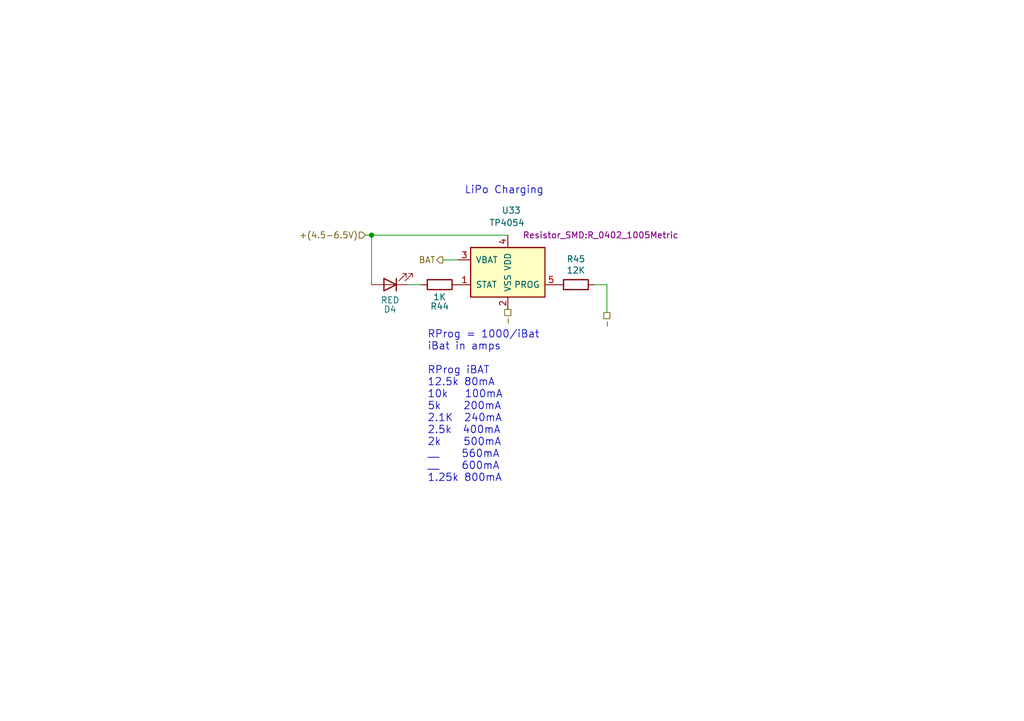
<source format=kicad_sch>
(kicad_sch (version 20230121) (generator eeschema)
  (paper "A5")
  (lib_symbols
    (symbol "Battery_Management:MCP73832-2-OT" (pin_names (offset 1.016))
      (property "Reference" "U" (at -7.62 6.35 0))
      (property "Value" "MCP73832-2-OT" (at 1.27 6.35 0))
      (symbol "MCP73832-2-OT_0_1"
        (rectangle (start -7.62 5.08) (end 7.62 -5.08) (stroke (width 0.254)) (fill (type background)))
      )
      (symbol "MCP73832-2-OT_1_1"
        (pin output line (at 10.16 -2.54 180) (length 2.54) (name "STAT") (number "1"))
        (pin power_in line (at 0 -7.62 90) (length 2.54) (name "VSS") (number "2"))
        (pin power_out line (at 10.16 2.54 180) (length 2.54) (name "VBAT") (number "3"))
        (pin power_in line (at 0 7.62 270) (length 2.54) (name "VDD") (number "4"))
        (pin input line (at -10.16 -2.54 0) (length 2.54) (name "PROG") (number "5"))
      )
    )
    (symbol "Device:LED" (pin_numbers hide) (pin_names (offset 1.016) hide)
      (property "Reference" "D" (at 0 2.54 0))
      (property "Value" "LED" (at 0 -2.54 0))
      (symbol "LED_0_1"
        (polyline (pts (xy -1.27 -1.27) (xy -1.27 1.27)) (stroke (width 0.254)))
        (polyline (pts (xy -1.27 0) (xy 1.27 0)))
        (polyline (pts (xy 1.27 -1.27) (xy 1.27 1.27) (xy -1.27 0) (xy 1.27 -1.27)) (stroke (width 0.254)))
        (polyline (pts (xy -3.048 -0.762) (xy -4.572 -2.286) (xy -3.81 -2.286) (xy -4.572 -2.286) (xy -4.572 -1.524)))
        (polyline (pts (xy -1.778 -0.762) (xy -3.302 -2.286) (xy -2.54 -2.286) (xy -3.302 -2.286) (xy -3.302 -1.524)))
      )
      (symbol "LED_1_1"
        (pin passive line (at -3.81 0 0) (length 2.54) (name "K") (number "1"))
        (pin passive line (at 3.81 0 180) (length 2.54) (name "A") (number "2"))
      )
    )
    (symbol "nrfmicro-rescue:R" (pin_numbers hide) (pin_names (offset 0))
      (property "Reference" "R" (at 2.032 0 90))
      (property "Value" "R" (at 0 0 90))
      (symbol "R_0_1"
        (rectangle (start -1.016 -2.54) (end 1.016 2.54) (stroke (width 0.254)))
      )
      (symbol "R_1_1"
        (pin passive line (at 0 3.81 270) (length 1.27) (name "~") (number "1"))
        (pin passive line (at 0 -3.81 90) (length 1.27) (name "~") (number "2"))
      )
    )
  )
  (junction (at 76.2 48.26))
  (wire (pts (xy 83.82 58.42) (xy 86.36 58.42)))
  (wire (pts (xy 76.2 58.42) (xy 76.2 48.26)))
  (wire (pts (xy 124.46 58.42) (xy 124.46 64.135)))
  (wire (pts (xy 76.2 48.26) (xy 104.14 48.26)))
  (wire (pts (xy 74.93 48.26) (xy 76.2 48.26)))
  (wire (pts (xy 90.805 53.34) (xy 93.98 53.34)))
  (wire (pts (xy 121.92 58.42) (xy 124.46 58.42)))
  (text "RProg = 1000/iBat\niBat in amps\n\nRProg iBAT\n12.5k 80mA\n10k   100mA\n5k    200mA\n2.1K  240mA\n2.5k  400mA\n2k    500mA\n__    560mA\n__    600mA\n1.25k 800mA" (at 87.63 99.06 0) (effects (font (size 1.524 1.524)) (justify left bottom)))
  (text "LiPo Charging\n" (at 95.25 40.005 0) (effects (font (size 1.524 1.524)) (justify left bottom)))
  (hierarchical_label "-" (shape passive) (at 104.14 63.5 270))
  (hierarchical_label "BAT" (shape output) (at 90.805 53.34 180))
  (hierarchical_label "+(4.5-6.5V)" (shape input) (at 74.93 48.26 180))
  (hierarchical_label "-" (shape passive) (at 124.46 64.135 270))
  (symbol (lib_id "Battery_Management:MCP73832-2-OT") (at 104.14 55.88 0) (mirror y) (unit 1)
    (property "Reference" "U33" (at 102.87 43.18 0) (effects (justify right)))
    (property "Value" "TP4054" (at 100.33 45.72 0) (effects (justify right)))
    (property "Footprint" "Package_TO_SOT_SMD:SOT-23-5" (effects hide))
    (property "Datasheet" "http://ww1.microchip.com/downloads/en/DeviceDoc/20001984g.pdf" (effects hide))
  )
  (symbol (lib_id "nrfmicro-rescue:R") (at 90.17 58.42 90) (unit 1)
    (property "Reference" "R44" (at 90.17 62.865 90))
    (property "Value" "1K" (at 90.17 60.96 90))
    (property "Footprint" "Resistor_SMD:R_0402_1005Metric" (effects hide))
  )
  (symbol (lib_id "nrfmicro-rescue:R") (at 118.11 58.42 90) (unit 1)
    (property "Reference" "R45" (at 118.11 53.1622 90))
    (property "Value" "12K" (at 118.11 55.4736 90))
    (property "Footprint" "Resistor_SMD:R_0402_1005Metric" (at 123.19 48.26 90))
  )
  (symbol (lib_id "Device:LED") (at 80.01 58.42 180) (unit 1)
    (property "Reference" "D4" (at 80.01 63.5 0))
    (property "Value" "RED" (at 80.01 61.595 0))
    (property "Footprint" "LED_SMD:LED_0402_1005Metric" (effects hide))
  )
)
</source>
